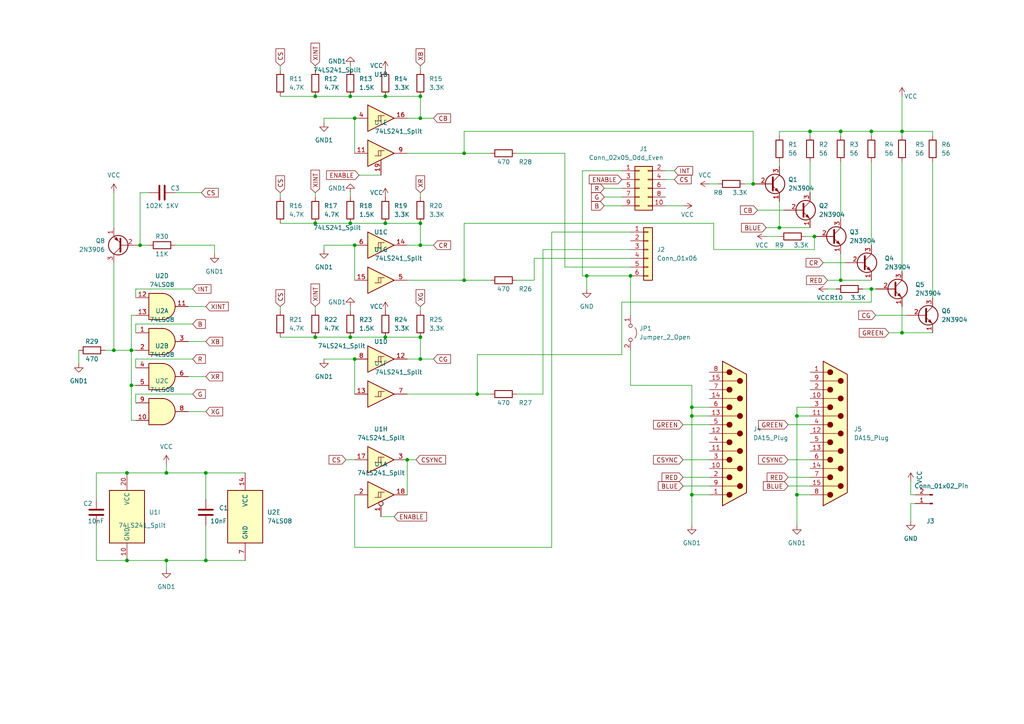
<source format=kicad_sch>
(kicad_sch (version 20230121) (generator eeschema)
  (paper "A4")
  (lib_symbols
    (symbol "74xx:74LS08" (pin_names (offset 1.016))
      (property "Reference" "U" (at 0 1.27 0))
      (property "Value" "74LS08" (at 0 -1.27 0))
      (symbol "74LS08_1_1"
        (pin input line (at -7.62 2.54 0) (length 3.81) (name "~") (number "1"))
        (pin input line (at -7.62 -2.54 0) (length 3.81) (name "~") (number "2"))
        (pin output line (at 7.62 0 180) (length 3.81) (name "~") (number "3"))
      )
      (symbol "74LS08_1_2"
        (pin input inverted (at -7.62 2.54 0) (length 4.318) (name "~") (number "1"))
        (pin input inverted (at -7.62 -2.54 0) (length 4.318) (name "~") (number "2"))
        (pin output inverted (at 7.62 0 180) (length 3.81) (name "~") (number "3"))
      )
      (symbol "74LS08_2_1"
        (pin input line (at -7.62 2.54 0) (length 3.81) (name "~") (number "4"))
        (pin input line (at -7.62 -2.54 0) (length 3.81) (name "~") (number "5"))
        (pin output line (at 7.62 0 180) (length 3.81) (name "~") (number "6"))
      )
      (symbol "74LS08_2_2"
        (pin input inverted (at -7.62 2.54 0) (length 4.318) (name "~") (number "4"))
        (pin input inverted (at -7.62 -2.54 0) (length 4.318) (name "~") (number "5"))
        (pin output inverted (at 7.62 0 180) (length 3.81) (name "~") (number "6"))
      )
      (symbol "74LS08_3_1"
        (pin input line (at -7.62 -2.54 0) (length 3.81) (name "~") (number "10"))
        (pin output line (at 7.62 0 180) (length 3.81) (name "~") (number "8"))
        (pin input line (at -7.62 2.54 0) (length 3.81) (name "~") (number "9"))
      )
      (symbol "74LS08_3_2"
        (pin input inverted (at -7.62 -2.54 0) (length 4.318) (name "~") (number "10"))
        (pin output inverted (at 7.62 0 180) (length 3.81) (name "~") (number "8"))
        (pin input inverted (at -7.62 2.54 0) (length 4.318) (name "~") (number "9"))
      )
      (symbol "74LS08_4_1"
        (pin output line (at 7.62 0 180) (length 3.81) (name "~") (number "11"))
        (pin input line (at -7.62 2.54 0) (length 3.81) (name "~") (number "12"))
        (pin input line (at -7.62 -2.54 0) (length 3.81) (name "~") (number "13"))
      )
      (symbol "74LS08_4_2"
        (pin output inverted (at 7.62 0 180) (length 3.81) (name "~") (number "11"))
        (pin input inverted (at -7.62 2.54 0) (length 4.318) (name "~") (number "12"))
        (pin input inverted (at -7.62 -2.54 0) (length 4.318) (name "~") (number "13"))
      )
      (symbol "74LS08_5_0"
        (pin power_in line (at 0 12.7 270) (length 5.08) (name "VCC") (number "14"))
        (pin power_in line (at 0 -12.7 90) (length 5.08) (name "GND") (number "7"))
      )
    )
    (symbol "74xx:74LS241_Split"
      (property "Reference" "U" (at 0 1.27 0))
      (property "Value" "74LS241_Split" (at 0 -1.27 0))
      (symbol "74LS241_Split_1_0"
        (pin input inverted (at 0 -6.35 90) (length 4.445) (name "~") (number "1"))
        (pin tri_state line (at 7.62 0 180) (length 3.81) (name "~") (number "18"))
        (pin input line (at -7.62 0 0) (length 3.81) (name "~") (number "2"))
      )
      (symbol "74LS241_Split_2_0"
        (pin tri_state line (at 7.62 0 180) (length 3.81) (name "~") (number "16"))
        (pin input line (at -7.62 0 0) (length 3.81) (name "~") (number "4"))
      )
      (symbol "74LS241_Split_3_0"
        (pin tri_state line (at 7.62 0 180) (length 3.81) (name "~") (number "14"))
        (pin input line (at -7.62 0 0) (length 3.81) (name "~") (number "6"))
      )
      (symbol "74LS241_Split_4_0"
        (pin tri_state line (at 7.62 0 180) (length 3.81) (name "~") (number "12"))
        (pin input line (at -7.62 0 0) (length 3.81) (name "~") (number "8"))
      )
      (symbol "74LS241_Split_5_0"
        (pin input line (at -7.62 0 0) (length 3.81) (name "~") (number "11"))
        (pin input line (at 0 -6.35 90) (length 4.445) (name "~") (number "19"))
        (pin tri_state line (at 7.62 0 180) (length 3.81) (name "~") (number "9"))
      )
      (symbol "74LS241_Split_6_0"
        (pin input line (at -7.62 0 0) (length 3.81) (name "~") (number "13"))
        (pin tri_state line (at 7.62 0 180) (length 3.81) (name "~") (number "7"))
      )
      (symbol "74LS241_Split_7_0"
        (pin input line (at -7.62 0 0) (length 3.81) (name "~") (number "15"))
        (pin tri_state line (at 7.62 0 180) (length 3.81) (name "~") (number "5"))
      )
      (symbol "74LS241_Split_8_0"
        (pin input line (at -7.62 0 0) (length 3.81) (name "~") (number "17"))
        (pin tri_state line (at 7.62 0 180) (length 3.81) (name "~") (number "3"))
      )
      (symbol "74LS241_Split_9_0"
        (pin power_in line (at 0 -12.7 90) (length 5.08) (name "GND") (number "10"))
        (pin power_in line (at 0 12.7 270) (length 5.08) (name "VCC") (number "20"))
      )
    )
    (symbol "Connector:Conn_01x02_Pin" (pin_names (offset 1.016) hide)
      (property "Reference" "J" (at 0 2.54 0))
      (property "Value" "Conn_01x02_Pin" (at 0 -5.08 0))
      (symbol "Conn_01x02_Pin_1_1"
        (pin passive line (at 5.08 0 180) (length 3.81) (name "Pin_1") (number "1"))
        (pin passive line (at 5.08 -2.54 180) (length 3.81) (name "Pin_2") (number "2"))
      )
    )
    (symbol "Connector:DA15_Plug" (pin_names (offset 1.016) hide)
      (property "Reference" "J" (at 0.508 21.59 0))
      (property "Value" "DA15_Plug" (at 0 -22.225 0))
      (symbol "DA15_Plug_1_1"
        (pin passive line (at -7.62 -17.78 0) (length 3.81) (name "1") (number "1"))
        (pin passive line (at -7.62 -10.16 0) (length 3.81) (name "P10") (number "10"))
        (pin passive line (at -7.62 -5.08 0) (length 3.81) (name "P111") (number "11"))
        (pin passive line (at -7.62 0 0) (length 3.81) (name "P12") (number "12"))
        (pin passive line (at -7.62 5.08 0) (length 3.81) (name "P13") (number "13"))
        (pin passive line (at -7.62 10.16 0) (length 3.81) (name "P14") (number "14"))
        (pin passive line (at -7.62 15.24 0) (length 3.81) (name "P15") (number "15"))
        (pin passive line (at -7.62 -12.7 0) (length 3.81) (name "2") (number "2"))
        (pin passive line (at -7.62 -7.62 0) (length 3.81) (name "3") (number "3"))
        (pin passive line (at -7.62 -2.54 0) (length 3.81) (name "4") (number "4"))
        (pin passive line (at -7.62 2.54 0) (length 3.81) (name "5") (number "5"))
        (pin passive line (at -7.62 7.62 0) (length 3.81) (name "6") (number "6"))
        (pin passive line (at -7.62 12.7 0) (length 3.81) (name "7") (number "7"))
        (pin passive line (at -7.62 17.78 0) (length 3.81) (name "8") (number "8"))
        (pin passive line (at -7.62 -15.24 0) (length 3.81) (name "P9") (number "9"))
      )
    )
    (symbol "Connector_Generic:Conn_01x06" (pin_names (offset 1.016) hide)
      (property "Reference" "J" (at 0 7.62 0))
      (property "Value" "Conn_01x06" (at 0 -10.16 0))
      (symbol "Conn_01x06_1_1"
        (pin passive line (at -5.08 5.08 0) (length 3.81) (name "Pin_1") (number "1"))
        (pin passive line (at -5.08 2.54 0) (length 3.81) (name "Pin_2") (number "2"))
        (pin passive line (at -5.08 0 0) (length 3.81) (name "Pin_3") (number "3"))
        (pin passive line (at -5.08 -2.54 0) (length 3.81) (name "Pin_4") (number "4"))
        (pin passive line (at -5.08 -5.08 0) (length 3.81) (name "Pin_5") (number "5"))
        (pin passive line (at -5.08 -7.62 0) (length 3.81) (name "Pin_6") (number "6"))
      )
    )
    (symbol "Connector_Generic:Conn_02x05_Odd_Even" (pin_names (offset 1.016) hide)
      (property "Reference" "J" (at 1.27 7.62 0))
      (property "Value" "Conn_02x05_Odd_Even" (at 1.27 -7.62 0))
      (symbol "Conn_02x05_Odd_Even_1_1"
        (pin passive line (at -5.08 5.08 0) (length 3.81) (name "Pin_1") (number "1"))
        (pin passive line (at 7.62 -5.08 180) (length 3.81) (name "Pin_10") (number "10"))
        (pin passive line (at 7.62 5.08 180) (length 3.81) (name "Pin_2") (number "2"))
        (pin passive line (at -5.08 2.54 0) (length 3.81) (name "Pin_3") (number "3"))
        (pin passive line (at 7.62 2.54 180) (length 3.81) (name "Pin_4") (number "4"))
        (pin passive line (at -5.08 0 0) (length 3.81) (name "Pin_5") (number "5"))
        (pin passive line (at 7.62 0 180) (length 3.81) (name "Pin_6") (number "6"))
        (pin passive line (at -5.08 -2.54 0) (length 3.81) (name "Pin_7") (number "7"))
        (pin passive line (at 7.62 -2.54 180) (length 3.81) (name "Pin_8") (number "8"))
        (pin passive line (at -5.08 -5.08 0) (length 3.81) (name "Pin_9") (number "9"))
      )
    )
    (symbol "DA15_Plug_1" (pin_names (offset 1.016) hide)
      (property "Reference" "J5" (at 5.08 1.27 0))
      (property "Value" "DA15_Plug" (at 5.08 -1.27 0))
      (symbol "DA15_Plug_1_1_1"
        (pin passive line (at -7.62 17.78 0) (length 3.81) (name "1") (number "1"))
        (pin passive line (at -7.62 10.16 0) (length 3.81) (name "10") (number "10"))
        (pin passive line (at -7.62 5.08 0) (length 3.81) (name "11") (number "11"))
        (pin passive line (at -7.62 0 0) (length 3.81) (name "12") (number "12"))
        (pin passive line (at -7.62 -5.08 0) (length 3.81) (name "13") (number "13"))
        (pin passive line (at -7.62 -10.16 0) (length 3.81) (name "14") (number "14"))
        (pin passive line (at -7.62 -15.24 0) (length 3.81) (name "15") (number "15"))
        (pin passive line (at -7.62 12.7 0) (length 3.81) (name "2") (number "2"))
        (pin passive line (at -7.62 7.62 0) (length 3.81) (name "3") (number "3"))
        (pin passive line (at -7.62 2.54 0) (length 3.81) (name "4") (number "4"))
        (pin passive line (at -7.62 -2.54 0) (length 3.81) (name "5") (number "5"))
        (pin passive line (at -7.62 -7.62 0) (length 3.81) (name "6") (number "6"))
        (pin passive line (at -7.62 -12.7 0) (length 3.81) (name "7") (number "7"))
        (pin passive line (at -7.62 -17.78 0) (length 3.81) (name "8") (number "8"))
        (pin passive line (at -7.62 15.24 0) (length 3.81) (name "9") (number "9"))
      )
    )
    (symbol "Device:C" (pin_numbers hide) (pin_names (offset 0.254))
      (property "Reference" "C" (at 0.635 2.54 0))
      (property "Value" "C" (at 0.635 -2.54 0))
      (symbol "C_1_1"
        (pin passive line (at 0 3.81 270) (length 2.794) (name "~") (number "1"))
        (pin passive line (at 0 -3.81 90) (length 2.794) (name "~") (number "2"))
      )
    )
    (symbol "Device:R" (pin_numbers hide) (pin_names (offset 0))
      (property "Reference" "R" (at 2.032 0 90))
      (property "Value" "R" (at 0 0 90))
      (symbol "R_1_1"
        (pin passive line (at 0 3.81 270) (length 1.27) (name "~") (number "1"))
        (pin passive line (at 0 -3.81 90) (length 1.27) (name "~") (number "2"))
      )
    )
    (symbol "Jumper:Jumper_2_Open" (pin_names (offset 0) hide)
      (property "Reference" "JP" (at 0 2.794 0))
      (property "Value" "Jumper_2_Open" (at 0 -2.286 0))
      (symbol "Jumper_2_Open_1_1"
        (pin passive line (at -5.08 0 0) (length 2.54) (name "A") (number "1"))
        (pin passive line (at 5.08 0 180) (length 2.54) (name "B") (number "2"))
      )
    )
    (symbol "Transistor_BJT:2N3904" (pin_names (offset 0) hide)
      (property "Reference" "Q" (at 5.08 1.905 0))
      (property "Value" "2N3904" (at 5.08 0 0))
      (symbol "2N3904_1_1"
        (pin passive line (at 2.54 -5.08 90) (length 2.54) (name "E") (number "1"))
        (pin passive line (at -5.08 0 0) (length 5.715) (name "B") (number "2"))
        (pin passive line (at 2.54 5.08 270) (length 2.54) (name "C") (number "3"))
      )
    )
    (symbol "Transistor_BJT:2N3906" (pin_names (offset 0) hide)
      (property "Reference" "Q" (at 5.08 1.905 0))
      (property "Value" "2N3906" (at 5.08 0 0))
      (symbol "2N3906_1_1"
        (pin passive line (at 2.54 -5.08 90) (length 2.54) (name "E") (number "1"))
        (pin input line (at -5.08 0 0) (length 5.715) (name "B") (number "2"))
        (pin passive line (at 2.54 5.08 270) (length 2.54) (name "C") (number "3"))
      )
    )
    (symbol "power:GND" (power) (pin_names (offset 0))
      (property "Value" "GND" (at 0 -3.81 0))
      (symbol "GND_1_1"
        (pin power_in line (at 0 0 270) (length 0) hide (name "GND") (number "1"))
      )
    )
    (symbol "power:GND1" (power) (pin_names (offset 0))
      (property "Value" "GND1" (at 0 -3.81 0))
      (symbol "GND1_1_1"
        (pin power_in line (at 0 0 270) (length 0) hide (name "GND1") (number "1"))
      )
    )
    (symbol "power:VCC" (power) (pin_names (offset 0))
      (property "Value" "VCC" (at 0 3.81 0))
      (symbol "VCC_1_1"
        (pin power_in line (at 0 0 90) (length 0) hide (name "VCC") (number "1"))
      )
    )
  )
  (junction (at 170.18 80.01))
  (junction (at 261.62 38.1))
  (junction (at 36.83 137.16))
  (junction (at 134.62 81.28))
  (junction (at 236.22 68.58))
  (junction (at 111.76 27.94))
  (junction (at 91.44 27.94))
  (junction (at 91.44 97.79))
  (junction (at 121.92 27.94))
  (junction (at 121.92 64.77))
  (junction (at 118.11 133.35))
  (junction (at 40.64 71.12))
  (junction (at 91.44 64.77))
  (junction (at 218.44 53.34))
  (junction (at 234.95 38.1))
  (junction (at 231.14 120.65))
  (junction (at 252.73 38.1))
  (junction (at 200.66 120.65))
  (junction (at 59.69 137.16))
  (junction (at 121.92 97.79))
  (junction (at 102.87 34.29))
  (junction (at 48.26 137.16))
  (junction (at 261.62 96.52))
  (junction (at 36.83 162.56))
  (junction (at 102.87 71.12))
  (junction (at 134.62 44.45))
  (junction (at 121.92 71.12))
  (junction (at 200.66 143.51))
  (junction (at 121.92 34.29))
  (junction (at 252.73 83.82))
  (junction (at 59.69 162.56))
  (junction (at 243.84 81.28))
  (junction (at 138.43 114.3))
  (junction (at 182.88 80.01))
  (junction (at 33.02 101.6))
  (junction (at 200.66 118.11))
  (junction (at 231.14 143.51))
  (junction (at 38.1 111.76))
  (junction (at 101.6 64.77))
  (junction (at 226.06 66.04))
  (junction (at 121.92 104.14))
  (junction (at 111.76 64.77))
  (junction (at 101.6 97.79))
  (junction (at 102.87 104.14))
  (junction (at 48.26 162.56))
  (junction (at 111.76 97.79))
  (junction (at 101.6 27.94))
  (junction (at 243.84 38.1))
  (junction (at 38.1 101.6))
  (wire (pts (xy 226.06 46.99) (xy 226.06 48.26)))
  (wire (pts (xy 198.12 59.69) (xy 193.04 59.69)))
  (wire (pts (xy 175.26 54.61) (xy 180.34 54.61)))
  (wire (pts (xy 252.73 38.1) (xy 252.73 39.37)))
  (wire (pts (xy 200.66 120.65) (xy 205.74 120.65)))
  (wire (pts (xy 102.87 71.12) (xy 102.87 81.28)))
  (wire (pts (xy 121.92 97.79) (xy 121.92 104.14)))
  (wire (pts (xy 264.16 139.7) (xy 264.16 143.51)))
  (wire (pts (xy 62.23 71.12) (xy 62.23 73.66)))
  (wire (pts (xy 48.26 162.56) (xy 59.69 162.56)))
  (wire (pts (xy 270.51 38.1) (xy 270.51 39.37)))
  (wire (pts (xy 243.84 38.1) (xy 243.84 39.37)))
  (wire (pts (xy 121.92 71.12) (xy 125.73 71.12)))
  (wire (pts (xy 163.83 44.45) (xy 149.86 44.45)))
  (wire (pts (xy 205.74 118.11) (xy 200.66 118.11)))
  (wire (pts (xy 40.64 55.88) (xy 40.64 71.12)))
  (wire (pts (xy 198.12 133.35) (xy 205.74 133.35)))
  (wire (pts (xy 81.28 55.88) (xy 81.28 57.15)))
  (wire (pts (xy 265.43 146.05) (xy 264.16 146.05)))
  (wire (pts (xy 231.14 120.65) (xy 234.95 120.65)))
  (wire (pts (xy 168.91 49.53) (xy 168.91 80.01)))
  (wire (pts (xy 200.66 111.76) (xy 200.66 118.11)))
  (wire (pts (xy 252.73 87.63) (xy 180.34 87.63)))
  (wire (pts (xy 182.88 111.76) (xy 200.66 111.76)))
  (wire (pts (xy 182.88 101.6) (xy 182.88 111.76)))
  (wire (pts (xy 39.37 106.68) (xy 39.37 104.14)))
  (wire (pts (xy 33.02 101.6) (xy 38.1 101.6)))
  (wire (pts (xy 27.94 137.16) (xy 36.83 137.16)))
  (wire (pts (xy 228.6 138.43) (xy 234.95 138.43)))
  (wire (pts (xy 261.62 96.52) (xy 270.51 96.52)))
  (wire (pts (xy 39.37 111.76) (xy 38.1 111.76)))
  (wire (pts (xy 48.26 134.62) (xy 48.26 137.16)))
  (wire (pts (xy 250.19 83.82) (xy 252.73 83.82)))
  (wire (pts (xy 154.94 81.28) (xy 154.94 74.93)))
  (wire (pts (xy 59.69 162.56) (xy 71.12 162.56)))
  (wire (pts (xy 38.1 101.6) (xy 38.1 111.76)))
  (wire (pts (xy 121.92 55.88) (xy 121.92 57.15)))
  (wire (pts (xy 200.66 143.51) (xy 200.66 152.4)))
  (wire (pts (xy 39.37 91.44) (xy 38.1 91.44)))
  (wire (pts (xy 219.71 60.96) (xy 227.33 60.96)))
  (wire (pts (xy 101.6 64.77) (xy 111.76 64.77)))
  (wire (pts (xy 175.26 59.69) (xy 180.34 59.69)))
  (wire (pts (xy 81.28 88.9) (xy 81.28 90.17)))
  (wire (pts (xy 226.06 38.1) (xy 234.95 38.1)))
  (wire (pts (xy 71.12 137.16) (xy 59.69 137.16)))
  (wire (pts (xy 270.51 46.99) (xy 270.51 86.36)))
  (wire (pts (xy 200.66 120.65) (xy 200.66 143.51)))
  (wire (pts (xy 118.11 44.45) (xy 134.62 44.45)))
  (wire (pts (xy 252.73 83.82) (xy 252.73 87.63)))
  (wire (pts (xy 101.6 97.79) (xy 111.76 97.79)))
  (wire (pts (xy 234.95 118.11) (xy 231.14 118.11)))
  (wire (pts (xy 118.11 71.12) (xy 121.92 71.12)))
  (wire (pts (xy 261.62 27.94) (xy 261.62 38.1)))
  (wire (pts (xy 257.81 96.52) (xy 261.62 96.52)))
  (wire (pts (xy 238.76 76.2) (xy 245.11 76.2)))
  (wire (pts (xy 33.02 55.88) (xy 33.02 66.04)))
  (wire (pts (xy 33.02 76.2) (xy 33.02 101.6)))
  (wire (pts (xy 100.33 133.35) (xy 102.87 133.35)))
  (wire (pts (xy 91.44 88.9) (xy 91.44 90.17)))
  (wire (pts (xy 205.74 143.51) (xy 200.66 143.51)))
  (wire (pts (xy 252.73 46.99) (xy 252.73 71.12)))
  (wire (pts (xy 134.62 64.77) (xy 207.01 64.77)))
  (wire (pts (xy 193.04 49.53) (xy 195.58 49.53)))
  (wire (pts (xy 101.6 55.88) (xy 101.6 57.15)))
  (wire (pts (xy 101.6 88.9) (xy 101.6 90.17)))
  (wire (pts (xy 207.01 64.77) (xy 207.01 72.39)))
  (wire (pts (xy 102.87 71.12) (xy 93.98 71.12)))
  (wire (pts (xy 93.98 104.14) (xy 102.87 104.14)))
  (wire (pts (xy 102.87 158.75) (xy 102.87 143.51)))
  (wire (pts (xy 180.34 87.63) (xy 180.34 102.87)))
  (wire (pts (xy 252.73 38.1) (xy 261.62 38.1)))
  (wire (pts (xy 102.87 104.14) (xy 102.87 114.3)))
  (wire (pts (xy 22.86 101.6) (xy 22.86 105.41)))
  (wire (pts (xy 138.43 114.3) (xy 142.24 114.3)))
  (wire (pts (xy 27.94 137.16) (xy 27.94 144.78)))
  (wire (pts (xy 163.83 77.47) (xy 182.88 77.47)))
  (wire (pts (xy 261.62 46.99) (xy 261.62 78.74)))
  (wire (pts (xy 50.8 55.88) (xy 58.42 55.88)))
  (wire (pts (xy 198.12 123.19) (xy 205.74 123.19)))
  (wire (pts (xy 149.86 114.3) (xy 157.48 114.3)))
  (wire (pts (xy 234.95 38.1) (xy 234.95 39.37)))
  (wire (pts (xy 38.1 111.76) (xy 38.1 121.92)))
  (wire (pts (xy 234.95 38.1) (xy 243.84 38.1)))
  (wire (pts (xy 27.94 162.56) (xy 36.83 162.56)))
  (wire (pts (xy 240.03 83.82) (xy 242.57 83.82)))
  (wire (pts (xy 118.11 133.35) (xy 118.11 143.51)))
  (wire (pts (xy 118.11 133.35) (xy 120.65 133.35)))
  (wire (pts (xy 118.11 114.3) (xy 138.43 114.3)))
  (wire (pts (xy 93.98 71.12) (xy 93.98 72.39)))
  (wire (pts (xy 39.37 93.98) (xy 39.37 96.52)))
  (wire (pts (xy 134.62 64.77) (xy 134.62 81.28)))
  (wire (pts (xy 93.98 35.56) (xy 93.98 34.29)))
  (wire (pts (xy 48.26 162.56) (xy 48.26 165.1)))
  (wire (pts (xy 231.14 118.11) (xy 231.14 120.65)))
  (wire (pts (xy 226.06 58.42) (xy 226.06 66.04)))
  (wire (pts (xy 91.44 55.88) (xy 91.44 57.15)))
  (wire (pts (xy 218.44 38.1) (xy 134.62 38.1)))
  (wire (pts (xy 160.02 158.75) (xy 102.87 158.75)))
  (wire (pts (xy 81.28 97.79) (xy 91.44 97.79)))
  (wire (pts (xy 91.44 27.94) (xy 101.6 27.94)))
  (wire (pts (xy 170.18 80.01) (xy 182.88 80.01)))
  (wire (pts (xy 38.1 121.92) (xy 39.37 121.92)))
  (wire (pts (xy 240.03 81.28) (xy 243.84 81.28)))
  (wire (pts (xy 215.9 53.34) (xy 218.44 53.34)))
  (wire (pts (xy 222.25 66.04) (xy 226.06 66.04)))
  (wire (pts (xy 48.26 137.16) (xy 59.69 137.16)))
  (wire (pts (xy 111.76 64.77) (xy 121.92 64.77)))
  (wire (pts (xy 243.84 73.66) (xy 243.84 81.28)))
  (wire (pts (xy 38.1 91.44) (xy 38.1 101.6)))
  (wire (pts (xy 200.66 118.11) (xy 200.66 120.65)))
  (wire (pts (xy 91.44 97.79) (xy 101.6 97.79)))
  (wire (pts (xy 110.49 149.86) (xy 114.3 149.86)))
  (wire (pts (xy 175.26 57.15) (xy 180.34 57.15)))
  (wire (pts (xy 55.88 93.98) (xy 39.37 93.98)))
  (wire (pts (xy 102.87 34.29) (xy 102.87 44.45)))
  (wire (pts (xy 111.76 97.79) (xy 121.92 97.79)))
  (wire (pts (xy 182.88 91.44) (xy 182.88 80.01)))
  (wire (pts (xy 182.88 67.31) (xy 160.02 67.31)))
  (wire (pts (xy 149.86 81.28) (xy 154.94 81.28)))
  (wire (pts (xy 121.92 88.9) (xy 121.92 90.17)))
  (wire (pts (xy 40.64 55.88) (xy 43.18 55.88)))
  (wire (pts (xy 91.44 64.77) (xy 101.6 64.77)))
  (wire (pts (xy 236.22 68.58) (xy 236.22 72.39)))
  (wire (pts (xy 81.28 64.77) (xy 91.44 64.77)))
  (wire (pts (xy 222.25 68.58) (xy 226.06 68.58)))
  (wire (pts (xy 39.37 114.3) (xy 55.88 114.3)))
  (wire (pts (xy 54.61 88.9) (xy 59.69 88.9)))
  (wire (pts (xy 218.44 53.34) (xy 218.44 38.1)))
  (wire (pts (xy 193.04 52.07) (xy 195.58 52.07)))
  (wire (pts (xy 138.43 102.87) (xy 180.34 102.87)))
  (wire (pts (xy 91.44 19.05) (xy 91.44 20.32)))
  (wire (pts (xy 121.92 104.14) (xy 125.73 104.14)))
  (wire (pts (xy 121.92 19.05) (xy 121.92 20.32)))
  (wire (pts (xy 233.68 68.58) (xy 236.22 68.58)))
  (wire (pts (xy 254 91.44) (xy 262.89 91.44)))
  (wire (pts (xy 261.62 38.1) (xy 270.51 38.1)))
  (wire (pts (xy 134.62 38.1) (xy 134.62 44.45)))
  (wire (pts (xy 121.92 27.94) (xy 121.92 34.29)))
  (wire (pts (xy 264.16 146.05) (xy 264.16 151.13)))
  (wire (pts (xy 226.06 38.1) (xy 226.06 39.37)))
  (wire (pts (xy 59.69 152.4) (xy 59.69 162.56)))
  (wire (pts (xy 101.6 27.94) (xy 111.76 27.94)))
  (wire (pts (xy 118.11 81.28) (xy 134.62 81.28)))
  (wire (pts (xy 205.74 53.34) (xy 208.28 53.34)))
  (wire (pts (xy 205.74 140.97) (xy 198.12 140.97)))
  (wire (pts (xy 101.6 19.05) (xy 101.6 20.32)))
  (wire (pts (xy 142.24 81.28) (xy 134.62 81.28)))
  (wire (pts (xy 27.94 152.4) (xy 27.94 162.56)))
  (wire (pts (xy 59.69 137.16) (xy 59.69 144.78)))
  (wire (pts (xy 228.6 133.35) (xy 234.95 133.35)))
  (wire (pts (xy 39.37 114.3) (xy 39.37 116.84)))
  (wire (pts (xy 54.61 99.06) (xy 59.69 99.06)))
  (wire (pts (xy 231.14 143.51) (xy 231.14 152.4)))
  (wire (pts (xy 228.6 123.19) (xy 234.95 123.19)))
  (wire (pts (xy 30.48 101.6) (xy 33.02 101.6)))
  (wire (pts (xy 231.14 120.65) (xy 231.14 143.51)))
  (wire (pts (xy 226.06 66.04) (xy 234.95 66.04)))
  (wire (pts (xy 236.22 72.39) (xy 207.01 72.39)))
  (wire (pts (xy 111.76 27.94) (xy 121.92 27.94)))
  (wire (pts (xy 252.73 83.82) (xy 254 83.82)))
  (wire (pts (xy 168.91 80.01) (xy 170.18 80.01)))
  (wire (pts (xy 154.94 74.93) (xy 182.88 74.93)))
  (wire (pts (xy 261.62 88.9) (xy 261.62 96.52)))
  (wire (pts (xy 48.26 162.56) (xy 36.83 162.56)))
  (wire (pts (xy 55.88 83.82) (xy 39.37 83.82)))
  (wire (pts (xy 234.95 46.99) (xy 234.95 55.88)))
  (wire (pts (xy 157.48 72.39) (xy 157.48 114.3)))
  (wire (pts (xy 38.1 101.6) (xy 39.37 101.6)))
  (wire (pts (xy 243.84 38.1) (xy 252.73 38.1)))
  (wire (pts (xy 261.62 38.1) (xy 261.62 39.37)))
  (wire (pts (xy 50.8 71.12) (xy 62.23 71.12)))
  (wire (pts (xy 163.83 44.45) (xy 163.83 77.47)))
  (wire (pts (xy 118.11 34.29) (xy 121.92 34.29)))
  (wire (pts (xy 264.16 143.51) (xy 265.43 143.51)))
  (wire (pts (xy 121.92 64.77) (xy 121.92 71.12)))
  (wire (pts (xy 54.61 119.38) (xy 59.69 119.38)))
  (wire (pts (xy 134.62 44.45) (xy 142.24 44.45)))
  (wire (pts (xy 243.84 81.28) (xy 252.73 81.28)))
  (wire (pts (xy 160.02 67.31) (xy 160.02 158.75)))
  (wire (pts (xy 54.61 109.22) (xy 59.69 109.22)))
  (wire (pts (xy 39.37 83.82) (xy 39.37 86.36)))
  (wire (pts (xy 228.6 140.97) (xy 234.95 140.97)))
  (wire (pts (xy 81.28 27.94) (xy 91.44 27.94)))
  (wire (pts (xy 121.92 34.29) (xy 125.73 34.29)))
  (wire (pts (xy 36.83 137.16) (xy 48.26 137.16)))
  (wire (pts (xy 39.37 104.14) (xy 55.88 104.14)))
  (wire (pts (xy 231.14 143.51) (xy 234.95 143.51)))
  (wire (pts (xy 170.18 80.01) (xy 170.18 83.82)))
  (wire (pts (xy 81.28 19.05) (xy 81.28 20.32)))
  (wire (pts (xy 168.91 49.53) (xy 180.34 49.53)))
  (wire (pts (xy 243.84 46.99) (xy 243.84 63.5)))
  (wire (pts (xy 104.14 50.8) (xy 110.49 50.8)))
  (wire (pts (xy 182.88 72.39) (xy 157.48 72.39)))
  (wire (pts (xy 93.98 34.29) (xy 102.87 34.29)))
  (wire (pts (xy 138.43 102.87) (xy 138.43 114.3)))
  (wire (pts (xy 198.12 138.43) (xy 205.74 138.43)))
  (wire (pts (xy 118.11 104.14) (xy 121.92 104.14)))
  (wire (pts (xy 40.64 71.12) (xy 43.18 71.12)))
  (global_label "R" (shape input) (at 175.26 54.61 180) (property "Intersheetrefs" "${INTERSHEET_REFS}" (effects hide)))
  (global_label "CR" (shape input) (at 238.76 76.2 180) (property "Intersheetrefs" "${INTERSHEET_REFS}" (effects hide)))
  (global_label "CB" (shape input) (at 125.73 34.29 0) (property "Intersheetrefs" "${INTERSHEET_REFS}" (effects hide)))
  (global_label "B" (shape input) (at 175.26 59.69 180) (property "Intersheetrefs" "${INTERSHEET_REFS}" (effects hide)))
  (global_label "CG" (shape input) (at 254 91.44 180) (property "Intersheetrefs" "${INTERSHEET_REFS}" (effects hide)))
  (global_label "CG" (shape input) (at 125.73 104.14 0) (property "Intersheetrefs" "${INTERSHEET_REFS}" (effects hide)))
  (global_label "RED" (shape input) (at 240.03 81.28 180) (property "Intersheetrefs" "${INTERSHEET_REFS}" (effects hide)))
  (global_label "CS" (shape input) (at 81.28 19.05 90) (property "Intersheetrefs" "${INTERSHEET_REFS}" (effects hide)))
  (global_label "BLUE" (shape input) (at 228.6 140.97 180) (property "Intersheetrefs" "${INTERSHEET_REFS}" (effects hide)))
  (global_label "ENABLE" (shape input) (at 104.14 50.8 180) (property "Intersheetrefs" "${INTERSHEET_REFS}" (effects hide)))
  (global_label "XB" (shape input) (at 59.69 99.06 0) (property "Intersheetrefs" "${INTERSHEET_REFS}" (effects hide)))
  (global_label "CS" (shape input) (at 195.58 52.07 0) (property "Intersheetrefs" "${INTERSHEET_REFS}" (effects hide)))
  (global_label "XINT" (shape input) (at 59.69 88.9 0) (property "Intersheetrefs" "${INTERSHEET_REFS}" (effects hide)))
  (global_label "B" (shape input) (at 55.88 93.98 0) (property "Intersheetrefs" "${INTERSHEET_REFS}" (effects hide)))
  (global_label "CSYNC" (shape input) (at 228.6 133.35 180) (property "Intersheetrefs" "${INTERSHEET_REFS}" (effects hide)))
  (global_label "BLUE" (shape input) (at 198.12 140.97 180) (property "Intersheetrefs" "${INTERSHEET_REFS}" (effects hide)))
  (global_label "ENABLE" (shape input) (at 114.3 149.86 0) (property "Intersheetrefs" "${INTERSHEET_REFS}" (effects hide)))
  (global_label "XR" (shape input) (at 59.69 109.22 0) (property "Intersheetrefs" "${INTERSHEET_REFS}" (effects hide)))
  (global_label "XR" (shape input) (at 121.92 55.88 90) (property "Intersheetrefs" "${INTERSHEET_REFS}" (effects hide)))
  (global_label "R" (shape input) (at 55.88 104.14 0) (property "Intersheetrefs" "${INTERSHEET_REFS}" (effects hide)))
  (global_label "G" (shape input) (at 55.88 114.3 0) (property "Intersheetrefs" "${INTERSHEET_REFS}" (effects hide)))
  (global_label "XINT" (shape input) (at 91.44 55.88 90) (property "Intersheetrefs" "${INTERSHEET_REFS}" (effects hide)))
  (global_label "GREEN" (shape input) (at 198.12 123.19 180) (property "Intersheetrefs" "${INTERSHEET_REFS}" (effects hide)))
  (global_label "CSYNC" (shape input) (at 198.12 133.35 180) (property "Intersheetrefs" "${INTERSHEET_REFS}" (effects hide)))
  (global_label "G" (shape input) (at 175.26 57.15 180) (property "Intersheetrefs" "${INTERSHEET_REFS}" (effects hide)))
  (global_label "BLUE" (shape input) (at 222.25 66.04 180) (property "Intersheetrefs" "${INTERSHEET_REFS}" (effects hide)))
  (global_label "INT" (shape input) (at 55.88 83.82 0) (property "Intersheetrefs" "${INTERSHEET_REFS}" (effects hide)))
  (global_label "CS" (shape input) (at 81.28 55.88 90) (property "Intersheetrefs" "${INTERSHEET_REFS}" (effects hide)))
  (global_label "CS" (shape input) (at 81.28 88.9 90) (property "Intersheetrefs" "${INTERSHEET_REFS}" (effects hide)))
  (global_label "CR" (shape input) (at 125.73 71.12 0) (property "Intersheetrefs" "${INTERSHEET_REFS}" (effects hide)))
  (global_label "XG" (shape input) (at 59.69 119.38 0) (property "Intersheetrefs" "${INTERSHEET_REFS}" (effects hide)))
  (global_label "CB" (shape input) (at 219.71 60.96 180) (property "Intersheetrefs" "${INTERSHEET_REFS}" (effects hide)))
  (global_label "ENABLE" (shape input) (at 180.34 52.07 180) (property "Intersheetrefs" "${INTERSHEET_REFS}" (effects hide)))
  (global_label "XINT" (shape input) (at 91.44 19.05 90) (property "Intersheetrefs" "${INTERSHEET_REFS}" (effects hide)))
  (global_label "GREEN" (shape input) (at 257.81 96.52 180) (property "Intersheetrefs" "${INTERSHEET_REFS}" (effects hide)))
  (global_label "XINT" (shape input) (at 91.44 88.9 90) (property "Intersheetrefs" "${INTERSHEET_REFS}" (effects hide)))
  (global_label "GREEN" (shape input) (at 228.6 123.19 180) (property "Intersheetrefs" "${INTERSHEET_REFS}" (effects hide)))
  (global_label "RED" (shape input) (at 228.6 138.43 180) (property "Intersheetrefs" "${INTERSHEET_REFS}" (effects hide)))
  (global_label "CSYNC" (shape input) (at 120.65 133.35 0) (property "Intersheetrefs" "${INTERSHEET_REFS}" (effects hide)))
  (global_label "RED" (shape input) (at 198.12 138.43 180) (property "Intersheetrefs" "${INTERSHEET_REFS}" (effects hide)))
  (global_label "XG" (shape input) (at 121.92 88.9 90) (property "Intersheetrefs" "${INTERSHEET_REFS}" (effects hide)))
  (global_label "CS" (shape input) (at 58.42 55.88 0) (property "Intersheetrefs" "${INTERSHEET_REFS}" (effects hide)))
  (global_label "CS" (shape input) (at 100.33 133.35 180) (property "Intersheetrefs" "${INTERSHEET_REFS}" (effects hide)))
  (global_label "INT" (shape input) (at 195.58 49.53 0) (property "Intersheetrefs" "${INTERSHEET_REFS}" (effects hide)))
  (global_label "XB" (shape input) (at 121.92 19.05 90) (property "Intersheetrefs" "${INTERSHEET_REFS}" (effects hide)))
  (symbol (lib_id "power:VCC") (at 222.25 68.58 90) (unit 1)
    (property "Reference" "#PWR015" (effects hide))
    (property "Value" "VCC" (at 220.98 71.12 90))
  )
  (symbol (lib_id "Device:R") (at 212.09 53.34 270) (unit 1)
    (property "Reference" "R8" (at 208.28 55.88 90))
    (property "Value" "3.3K" (at 214.63 55.88 90))
    (property "Footprint" "Resistor_THT:R_Axial_DIN0207_L6.3mm_D2.5mm_P10.16mm_Horizontal" (effects hide))
  )
  (symbol (lib_id "power:VCC") (at 48.26 134.62 0) (unit 1)
    (property "Reference" "#PWR06" (effects hide))
    (property "Value" "VCC" (at 48.26 129.54 0))
  )
  (symbol (lib_id "Device:R") (at 146.05 44.45 90) (unit 1)
    (property "Reference" "R28" (at 152.4 46.99 90))
    (property "Value" "470" (at 146.05 46.99 90))
    (property "Footprint" "Resistor_THT:R_Axial_DIN0207_L6.3mm_D2.5mm_P10.16mm_Horizontal" (effects hide))
  )
  (symbol (lib_id "Device:R") (at 121.92 60.96 180) (unit 1)
    (property "Reference" "R20" (at 124.46 59.69 0) (effects (justify right)))
    (property "Value" "3.3K" (at 124.46 62.23 0) (effects (justify right)))
    (property "Footprint" "Resistor_THT:R_Axial_DIN0207_L6.3mm_D2.5mm_P10.16mm_Horizontal" (effects hide))
  )
  (symbol (lib_id "Connector_Generic:Conn_02x05_Odd_Even") (at 185.42 54.61 0) (unit 1)
    (property "Reference" "J1" (at 186.69 43.18 0))
    (property "Value" "Conn_02x05_Odd_Even" (at 181.61 45.72 0))
    (property "Footprint" "Connector_PinHeader_2.54mm:PinHeader_2x05_P2.54mm_Vertical" (effects hide))
  )
  (symbol (lib_id "power:GND1") (at 62.23 73.66 0) (unit 1)
    (property "Reference" "#PWR018" (effects hide))
    (property "Value" "GND1" (at 62.23 78.74 0))
  )
  (symbol (lib_id "power:VCC") (at 111.76 57.15 0) (unit 1)
    (property "Reference" "#PWR011" (effects hide))
    (property "Value" "VCC" (at 109.22 55.88 0))
  )
  (symbol (lib_id "Transistor_BJT:2N3904") (at 232.41 60.96 0) (unit 1)
    (property "Reference" "Q2" (at 237.49 59.69 0) (effects (justify left)))
    (property "Value" "2N3904" (at 237.49 62.23 0) (effects (justify left)))
    (property "Footprint" "Package_TO_SOT_THT:TO-92_Inline" (effects hide))
    (property "Datasheet" "https://www.onsemi.com/pub/Collateral/2N3903-D.PDF" (effects hide))
  )
  (symbol (lib_id "power:VCC") (at 264.16 139.7 0) (unit 1)
    (property "Reference" "#PWR02" (effects hide))
    (property "Value" "VCC" (at 266.7 138.43 90))
  )
  (symbol (lib_id "Device:R") (at 226.06 43.18 0) (unit 1)
    (property "Reference" "R1" (at 228.6 41.91 0) (effects (justify left)))
    (property "Value" "56" (at 228.6 44.45 0) (effects (justify left)))
    (property "Footprint" "Resistor_THT:R_Axial_DIN0207_L6.3mm_D2.5mm_P10.16mm_Horizontal" (effects hide))
  )
  (symbol (lib_id "Device:R") (at 146.05 114.3 90) (unit 1)
    (property "Reference" "R27" (at 152.4 116.84 90))
    (property "Value" "470" (at 146.05 116.84 90))
    (property "Footprint" "Resistor_THT:R_Axial_DIN0207_L6.3mm_D2.5mm_P10.16mm_Horizontal" (effects hide))
  )
  (symbol (lib_id "Device:R") (at 81.28 24.13 180) (unit 1)
    (property "Reference" "R11" (at 83.82 22.86 0) (effects (justify right)))
    (property "Value" "4.7K" (at 83.82 25.4 0) (effects (justify right)))
    (property "Footprint" "Resistor_THT:R_Axial_DIN0207_L6.3mm_D2.5mm_P10.16mm_Horizontal" (effects hide))
  )
  (symbol (lib_id "74xx:74LS241_Split") (at 110.49 71.12 0) (unit 3)
    (property "Reference" "U1" (at 110.49 67.31 0))
    (property "Value" "74LS241_Split" (at 97.79 66.04 0))
    (property "Footprint" "Package_DIP:DIP-20_W7.62mm" (effects hide))
    (property "Datasheet" "http://www.ti.com/lit/ds/symlink/sn74ls241.pdf" (effects hide))
  )
  (symbol (lib_id "Connector:DA15_Plug") (at 213.36 125.73 0) (unit 1)
    (property "Reference" "J4" (at 218.44 124.46 0) (effects (justify left)))
    (property "Value" "DA15_Plug" (at 218.44 127 0) (effects (justify left)))
    (property "Footprint" "Connector_Dsub:DSUB-15_Female_Horizontal_P2.77x2.84mm_EdgePinOffset7.70mm_Housed_MountingHolesOffset9.12mm" (effects hide))
    (property "Datasheet" " ~" (effects hide))
  )
  (symbol (lib_id "Device:R") (at 121.92 24.13 180) (unit 1)
    (property "Reference" "R15" (at 124.46 22.86 0) (effects (justify right)))
    (property "Value" "3.3K" (at 124.46 25.4 0) (effects (justify right)))
    (property "Footprint" "Resistor_THT:R_Axial_DIN0207_L6.3mm_D2.5mm_P10.16mm_Horizontal" (effects hide))
  )
  (symbol (lib_id "Device:C") (at 59.69 148.59 0) (unit 1)
    (property "Reference" "C1" (at 63.5 147.32 0) (effects (justify left)))
    (property "Value" "10nF" (at 60.96 151.13 0) (effects (justify left)))
    (property "Footprint" "Capacitor_THT:C_Disc_D5.0mm_W2.5mm_P5.00mm" (effects hide))
  )
  (symbol (lib_id "74xx:74LS241_Split") (at 110.49 133.35 0) (unit 8)
    (property "Reference" "U1" (at 110.49 124.46 0))
    (property "Value" "74LS241_Split" (at 110.49 127 0))
    (property "Footprint" "Package_DIP:DIP-20_W7.62mm" (effects hide))
    (property "Datasheet" "http://www.ti.com/lit/ds/symlink/sn74ls241.pdf" (effects hide))
  )
  (symbol (lib_id "power:VCC") (at 261.62 27.94 0) (unit 1)
    (property "Reference" "#PWR023" (effects hide))
    (property "Value" "VCC" (at 264.16 27.94 0))
  )
  (symbol (lib_id "74xx:74LS08") (at 71.12 149.86 0) (unit 5)
    (property "Reference" "U2" (at 77.47 148.59 0) (effects (justify left)))
    (property "Value" "74LS08" (at 77.47 151.13 0) (effects (justify left)))
    (property "Footprint" "Package_DIP:DIP-14_W7.62mm" (effects hide))
    (property "Datasheet" "http://www.ti.com/lit/gpn/sn74LS08" (effects hide))
  )
  (symbol (lib_id "Device:R") (at 111.76 24.13 180) (unit 1)
    (property "Reference" "R14" (at 114.3 22.86 0) (effects (justify right)))
    (property "Value" "3.3K" (at 114.3 25.4 0) (effects (justify right)))
    (property "Footprint" "Resistor_THT:R_Axial_DIN0207_L6.3mm_D2.5mm_P10.16mm_Horizontal" (effects hide))
  )
  (symbol (lib_id "Device:C") (at 46.99 55.88 270) (unit 1)
    (property "Reference" "C3" (at 50.8 54.61 90))
    (property "Value" "102K 1KV" (at 46.99 59.69 90))
    (property "Footprint" "Capacitor_THT:C_Disc_D7.5mm_W5.0mm_P7.50mm" (effects hide))
  )
  (symbol (lib_id "74xx:74LS08") (at 46.99 119.38 0) (unit 3)
    (property "Reference" "U2" (at 46.9817 110.49 0))
    (property "Value" "74LS08" (at 46.9817 113.03 0))
    (property "Footprint" "Package_DIP:DIP-14_W7.62mm" (effects hide))
    (property "Datasheet" "http://www.ti.com/lit/gpn/sn74LS08" (effects hide))
  )
  (symbol (lib_id "Device:R") (at 111.76 60.96 180) (unit 1)
    (property "Reference" "R19" (at 114.3 59.69 0) (effects (justify right)))
    (property "Value" "3.3K" (at 114.3 62.23 0) (effects (justify right)))
    (property "Footprint" "Resistor_THT:R_Axial_DIN0207_L6.3mm_D2.5mm_P10.16mm_Horizontal" (effects hide))
  )
  (symbol (lib_id "power:VCC") (at 205.74 53.34 90) (unit 1)
    (property "Reference" "#PWR017" (effects hide))
    (property "Value" "VCC" (at 204.47 50.8 90))
  )
  (symbol (lib_name "DA15_Plug_1") (lib_id "Connector:DA15_Plug") (at 242.57 125.73 0) (unit 1)
    (property "Reference" "J5" (at 247.65 124.46 0) (effects (justify left)))
    (property "Value" "DA15_Plug" (at 247.65 127 0) (effects (justify left)))
    (property "Footprint" "Connector_Dsub:DSUB-15_Male_EdgeMount_P2.77mm" (effects hide))
    (property "Datasheet" " ~" (effects hide))
  )
  (symbol (lib_id "Device:R") (at 146.05 81.28 90) (unit 1)
    (property "Reference" "R26" (at 152.4 83.82 90))
    (property "Value" "470" (at 146.05 83.82 90))
    (property "Footprint" "Resistor_THT:R_Axial_DIN0207_L6.3mm_D2.5mm_P10.16mm_Horizontal" (effects hide))
  )
  (symbol (lib_id "Device:R") (at 91.44 60.96 180) (unit 1)
    (property "Reference" "R17" (at 93.98 59.69 0) (effects (justify right)))
    (property "Value" "4.7K" (at 93.98 62.23 0) (effects (justify right)))
    (property "Footprint" "Resistor_THT:R_Axial_DIN0207_L6.3mm_D2.5mm_P10.16mm_Horizontal" (effects hide))
  )
  (symbol (lib_id "Device:R") (at 101.6 24.13 180) (unit 1)
    (property "Reference" "R13" (at 104.14 22.86 0) (effects (justify right)))
    (property "Value" "1.5K" (at 104.14 25.4 0) (effects (justify right)))
    (property "Footprint" "Resistor_THT:R_Axial_DIN0207_L6.3mm_D2.5mm_P10.16mm_Horizontal" (effects hide))
  )
  (symbol (lib_id "74xx:74LS08") (at 46.99 99.06 0) (unit 1)
    (property "Reference" "U2" (at 46.9817 90.17 0))
    (property "Value" "74LS08" (at 46.9817 92.71 0))
    (property "Footprint" "Package_DIP:DIP-14_W7.62mm" (effects hide))
    (property "Datasheet" "http://www.ti.com/lit/gpn/sn74LS08" (effects hide))
  )
  (symbol (lib_id "Transistor_BJT:2N3904") (at 259.08 83.82 0) (unit 1)
    (property "Reference" "Q5" (at 265.43 82.55 0) (effects (justify left)))
    (property "Value" "2N3904" (at 265.43 85.09 0) (effects (justify left)))
    (property "Footprint" "Package_TO_SOT_THT:TO-92_Inline" (effects hide))
    (property "Datasheet" "https://www.onsemi.com/pub/Collateral/2N3903-D.PDF" (effects hide))
  )
  (symbol (lib_id "power:GND1") (at 231.14 152.4 0) (unit 1)
    (property "Reference" "#PWR024" (effects hide))
    (property "Value" "GND1" (at 231.14 157.48 0))
  )
  (symbol (lib_id "Device:R") (at 46.99 71.12 90) (unit 1)
    (property "Reference" "R30" (at 46.99 68.58 90))
    (property "Value" "11K" (at 46.99 73.66 90))
    (property "Footprint" "Resistor_THT:R_Axial_DIN0207_L6.3mm_D2.5mm_P10.16mm_Horizontal" (effects hide))
  )
  (symbol (lib_id "power:GND1") (at 93.98 72.39 0) (unit 1)
    (property "Reference" "#PWR020" (effects hide))
    (property "Value" "GND1" (at 93.98 77.47 0))
  )
  (symbol (lib_id "Device:R") (at 81.28 60.96 180) (unit 1)
    (property "Reference" "R16" (at 83.82 59.69 0) (effects (justify right)))
    (property "Value" "4.7K" (at 83.82 62.23 0) (effects (justify right)))
    (property "Footprint" "Resistor_THT:R_Axial_DIN0207_L6.3mm_D2.5mm_P10.16mm_Horizontal" (effects hide))
  )
  (symbol (lib_id "Device:C") (at 27.94 148.59 0) (unit 1)
    (property "Reference" "C2" (at 24.13 146.05 0) (effects (justify left)))
    (property "Value" "10nF" (at 25.4 151.13 0) (effects (justify left)))
    (property "Footprint" "Capacitor_THT:C_Disc_D5.0mm_W2.5mm_P5.00mm" (effects hide))
  )
  (symbol (lib_id "Device:R") (at 91.44 93.98 180) (unit 1)
    (property "Reference" "R22" (at 93.98 92.71 0) (effects (justify right)))
    (property "Value" "4.7K" (at 93.98 95.25 0) (effects (justify right)))
    (property "Footprint" "Resistor_THT:R_Axial_DIN0207_L6.3mm_D2.5mm_P10.16mm_Horizontal" (effects hide))
  )
  (symbol (lib_id "74xx:74LS241_Split") (at 110.49 104.14 0) (unit 4)
    (property "Reference" "U1" (at 110.49 99.06 0))
    (property "Value" "74LS241_Split" (at 99.06 100.33 0))
    (property "Footprint" "Package_DIP:DIP-20_W7.62mm" (effects hide))
    (property "Datasheet" "http://www.ti.com/lit/ds/symlink/sn74ls241.pdf" (effects hide))
  )
  (symbol (lib_id "74xx:74LS08") (at 46.99 109.22 0) (unit 2)
    (property "Reference" "U2" (at 46.9817 100.33 0))
    (property "Value" "74LS08" (at 46.9817 102.87 0))
    (property "Footprint" "Package_DIP:DIP-14_W7.62mm" (effects hide))
    (property "Datasheet" "http://www.ti.com/lit/gpn/sn74LS08" (effects hide))
  )
  (symbol (lib_id "Device:R") (at 229.87 68.58 270) (unit 1)
    (property "Reference" "R9" (at 226.06 71.12 90))
    (property "Value" "3.3K" (at 232.41 71.12 90))
    (property "Footprint" "Resistor_THT:R_Axial_DIN0207_L6.3mm_D2.5mm_P10.16mm_Horizontal" (effects hide))
  )
  (symbol (lib_id "power:VCC") (at 198.12 59.69 270) (unit 1)
    (property "Reference" "#PWR01" (effects hide))
    (property "Value" "VCC" (at 199.39 62.23 90))
  )
  (symbol (lib_id "74xx:74LS241_Split") (at 110.49 114.3 0) (unit 6)
    (property "Reference" "U1" (at 110.49 105.41 0))
    (property "Value" "74LS241_Split" (at 115.57 107.95 0))
    (property "Footprint" "Package_DIP:DIP-20_W7.62mm" (effects hide))
    (property "Datasheet" "http://www.ti.com/lit/ds/symlink/sn74ls241.pdf" (effects hide))
  )
  (symbol (lib_id "Device:R") (at 261.62 43.18 0) (unit 1)
    (property "Reference" "R5" (at 265.43 41.91 0) (effects (justify left)))
    (property "Value" "56" (at 265.43 44.45 0) (effects (justify left)))
    (property "Footprint" "Resistor_THT:R_Axial_DIN0207_L6.3mm_D2.5mm_P10.16mm_Horizontal" (effects hide))
  )
  (symbol (lib_id "74xx:74LS241_Split") (at 36.83 149.86 0) (unit 9)
    (property "Reference" "U1" (at 43.18 148.59 0) (effects (justify left)))
    (property "Value" "74LS241_Split" (at 34.29 152.4 0) (effects (justify left)))
    (property "Footprint" "Package_DIP:DIP-20_W7.62mm" (effects hide))
    (property "Datasheet" "http://www.ti.com/lit/ds/symlink/sn74ls241.pdf" (effects hide))
  )
  (symbol (lib_id "Transistor_BJT:2N3904") (at 223.52 53.34 0) (unit 1)
    (property "Reference" "Q1" (at 228.6 52.07 0) (effects (justify left)))
    (property "Value" "2N3904" (at 228.6 54.61 0) (effects (justify left)))
    (property "Footprint" "Package_TO_SOT_THT:TO-92_Inline" (effects hide))
    (property "Datasheet" "https://www.onsemi.com/pub/Collateral/2N3903-D.PDF" (effects hide))
  )
  (symbol (lib_id "Transistor_BJT:2N3904") (at 241.3 68.58 0) (unit 1)
    (property "Reference" "Q3" (at 246.38 67.31 0) (effects (justify left)))
    (property "Value" "2N3904" (at 246.38 69.85 0) (effects (justify left)))
    (property "Footprint" "Package_TO_SOT_THT:TO-92_Inline" (effects hide))
    (property "Datasheet" "https://www.onsemi.com/pub/Collateral/2N3903-D.PDF" (effects hide))
  )
  (symbol (lib_id "power:GND1") (at 200.66 152.4 0) (unit 1)
    (property "Reference" "#PWR05" (effects hide))
    (property "Value" "GND1" (at 200.66 157.48 0))
  )
  (symbol (lib_id "Transistor_BJT:2N3904") (at 250.19 76.2 0) (unit 1)
    (property "Reference" "Q4" (at 256.54 74.93 0) (effects (justify left)))
    (property "Value" "2N3904" (at 256.54 77.47 0) (effects (justify left)))
    (property "Footprint" "Package_TO_SOT_THT:TO-92_Inline" (effects hide))
    (property "Datasheet" "https://www.onsemi.com/pub/Collateral/2N3903-D.PDF" (effects hide))
  )
  (symbol (lib_id "power:GND") (at 170.18 83.82 0) (unit 1)
    (property "Reference" "#PWR03" (effects hide))
    (property "Value" "GND" (at 170.18 88.9 0))
  )
  (symbol (lib_id "power:VCC") (at 111.76 90.17 0) (unit 1)
    (property "Reference" "#PWR012" (effects hide))
    (property "Value" "VCC" (at 109.22 88.9 0))
  )
  (symbol (lib_id "Device:R") (at 234.95 43.18 0) (unit 1)
    (property "Reference" "R2" (at 237.49 41.91 0) (effects (justify left)))
    (property "Value" "56" (at 237.49 44.45 0) (effects (justify left)))
    (property "Footprint" "Resistor_THT:R_Axial_DIN0207_L6.3mm_D2.5mm_P10.16mm_Horizontal" (effects hide))
  )
  (symbol (lib_id "power:GND1") (at 101.6 88.9 180) (unit 1)
    (property "Reference" "#PWR09" (effects hide))
    (property "Value" "GND1" (at 97.79 87.63 0))
  )
  (symbol (lib_id "74xx:74LS241_Split") (at 110.49 143.51 0) (unit 1)
    (property "Reference" "U1" (at 110.49 134.62 0))
    (property "Value" "74LS241_Split" (at 110.49 137.16 0))
    (property "Footprint" "Package_DIP:DIP-20_W7.62mm" (effects hide))
    (property "Datasheet" "http://www.ti.com/lit/ds/symlink/sn74ls241.pdf" (effects hide))
  )
  (symbol (lib_id "Transistor_BJT:2N3904") (at 267.97 91.44 0) (unit 1)
    (property "Reference" "Q6" (at 273.05 90.17 0) (effects (justify left)))
    (property "Value" "2N3904" (at 273.05 92.71 0) (effects (justify left)))
    (property "Footprint" "Package_TO_SOT_THT:TO-92_Inline" (effects hide))
    (property "Datasheet" "https://www.onsemi.com/pub/Collateral/2N3903-D.PDF" (effects hide))
  )
  (symbol (lib_id "Device:R") (at 121.92 93.98 180) (unit 1)
    (property "Reference" "R25" (at 124.46 92.71 0) (effects (justify right)))
    (property "Value" "3.3K" (at 124.46 95.25 0) (effects (justify right)))
    (property "Footprint" "Resistor_THT:R_Axial_DIN0207_L6.3mm_D2.5mm_P10.16mm_Horizontal" (effects hide))
  )
  (symbol (lib_id "power:GND1") (at 93.98 104.14 0) (unit 1)
    (property "Reference" "#PWR021" (effects hide))
    (property "Value" "GND1" (at 93.98 109.22 0))
  )
  (symbol (lib_id "Jumper:Jumper_2_Open") (at 182.88 96.52 270) (unit 1)
    (property "Reference" "JP1" (at 185.42 95.25 90) (effects (justify left)))
    (property "Value" "Jumper_2_Open" (at 185.42 97.79 90) (effects (justify left)))
    (property "Footprint" "Jumper:SolderJumper-2_P1.3mm_Open_Pad1.0x1.5mm" (effects hide))
  )
  (symbol (lib_id "power:GND1") (at 93.98 35.56 0) (unit 1)
    (property "Reference" "#PWR019" (effects hide))
    (property "Value" "GND1" (at 93.98 40.64 0))
  )
  (symbol (lib_id "74xx:74LS08") (at 46.99 88.9 0) (unit 4)
    (property "Reference" "U2" (at 46.9817 80.01 0))
    (property "Value" "74LS08" (at 46.9817 82.55 0))
    (property "Footprint" "Package_DIP:DIP-14_W7.62mm" (effects hide))
    (property "Datasheet" "http://www.ti.com/lit/gpn/sn74LS08" (effects hide))
  )
  (symbol (lib_id "Connector:Conn_01x02_Pin") (at 270.51 146.05 180) (unit 1)
    (property "Reference" "J3" (at 269.875 151.13 0))
    (property "Value" "Conn_01x02_Pin" (at 273.05 140.97 0))
    (property "Footprint" "Connector_PinHeader_2.54mm:PinHeader_1x02_P2.54mm_Vertical" (effects hide))
  )
  (symbol (lib_id "power:GND") (at 264.16 151.13 0) (unit 1)
    (property "Reference" "#PWR022" (effects hide))
    (property "Value" "GND" (at 264.16 156.21 0))
  )
  (symbol (lib_id "Device:R") (at 246.38 83.82 270) (unit 1)
    (property "Reference" "R10" (at 242.57 86.36 90))
    (property "Value" "3.3K" (at 248.92 86.36 90))
    (property "Footprint" "Resistor_THT:R_Axial_DIN0207_L6.3mm_D2.5mm_P10.16mm_Horizontal" (effects hide))
  )
  (symbol (lib_id "Device:R") (at 243.84 43.18 0) (unit 1)
    (property "Reference" "R3" (at 246.38 41.91 0) (effects (justify left)))
    (property "Value" "56" (at 246.38 44.45 0) (effects (justify left)))
    (property "Footprint" "Resistor_THT:R_Axial_DIN0207_L6.3mm_D2.5mm_P10.16mm_Horizontal" (effects hide))
  )
  (symbol (lib_id "power:GND1") (at 22.86 105.41 0) (unit 1)
    (property "Reference" "#PWR013" (effects hide))
    (property "Value" "GND1" (at 22.86 110.49 0))
  )
  (symbol (lib_id "Device:R") (at 270.51 43.18 0) (unit 1)
    (property "Reference" "R6" (at 273.05 41.91 0) (effects (justify left)))
    (property "Value" "56" (at 273.05 44.45 0) (effects (justify left)))
    (property "Footprint" "Resistor_THT:R_Axial_DIN0207_L6.3mm_D2.5mm_P10.16mm_Horizontal" (effects hide))
  )
  (symbol (lib_id "Device:R") (at 101.6 93.98 180) (unit 1)
    (property "Reference" "R23" (at 104.14 92.71 0) (effects (justify right)))
    (property "Value" "1.5K" (at 104.14 95.25 0) (effects (justify right)))
    (property "Footprint" "Resistor_THT:R_Axial_DIN0207_L6.3mm_D2.5mm_P10.16mm_Horizontal" (effects hide))
  )
  (symbol (lib_id "Device:R") (at 91.44 24.13 180) (unit 1)
    (property "Reference" "R12" (at 93.98 22.86 0) (effects (justify right)))
    (property "Value" "4.7K" (at 93.98 25.4 0) (effects (justify right)))
    (property "Footprint" "Resistor_THT:R_Axial_DIN0207_L6.3mm_D2.5mm_P10.16mm_Horizontal" (effects hide))
  )
  (symbol (lib_id "power:VCC") (at 111.76 20.32 0) (unit 1)
    (property "Reference" "#PWR010" (effects hide))
    (property "Value" "VCC" (at 109.22 19.05 0))
  )
  (symbol (lib_id "Device:R") (at 111.76 93.98 180) (unit 1)
    (property "Reference" "R24" (at 114.3 92.71 0) (effects (justify right)))
    (property "Value" "3.3K" (at 114.3 95.25 0) (effects (justify right)))
    (property "Footprint" "Resistor_THT:R_Axial_DIN0207_L6.3mm_D2.5mm_P10.16mm_Horizontal" (effects hide))
  )
  (symbol (lib_id "power:VCC") (at 33.02 55.88 0) (unit 1)
    (property "Reference" "#PWR014" (effects hide))
    (property "Value" "VCC" (at 33.02 50.8 0))
  )
  (symbol (lib_id "power:GND1") (at 48.26 165.1 0) (unit 1)
    (property "Reference" "#PWR04" (effects hide))
    (property "Value" "GND1" (at 48.26 170.18 0))
  )
  (symbol (lib_id "Device:R") (at 101.6 60.96 180) (unit 1)
    (property "Reference" "R18" (at 104.14 59.69 0) (effects (justify right)))
    (property "Value" "1.5K" (at 104.14 62.23 0) (effects (justify right)))
    (property "Footprint" "Resistor_THT:R_Axial_DIN0207_L6.3mm_D2.5mm_P10.16mm_Horizontal" (effects hide))
  )
  (symbol (lib_id "Device:R") (at 252.73 43.18 0) (unit 1)
    (property "Reference" "R4" (at 256.54 41.91 0) (effects (justify left)))
    (property "Value" "56" (at 256.54 44.45 0) (effects (justify left)))
    (property "Footprint" "Resistor_THT:R_Axial_DIN0207_L6.3mm_D2.5mm_P10.16mm_Horizontal" (effects hide))
  )
  (symbol (lib_id "power:GND1") (at 101.6 55.88 180) (unit 1)
    (property "Reference" "#PWR08" (effects hide))
    (property "Value" "GND1" (at 97.79 54.61 0))
  )
  (symbol (lib_id "74xx:74LS241_Split") (at 110.49 34.29 0) (unit 2)
    (property "Reference" "U1" (at 110.49 21.59 0))
    (property "Value" "74LS241_Split" (at 97.79 20.32 0))
    (property "Footprint" "Package_DIP:DIP-20_W7.62mm" (effects hide))
    (property "Datasheet" "http://www.ti.com/lit/ds/symlink/sn74ls241.pdf" (effects hide))
  )
  (symbol (lib_id "Device:R") (at 26.67 101.6 90) (unit 1)
    (property "Reference" "R29" (at 26.67 99.06 90))
    (property "Value" "470" (at 26.67 104.14 90))
    (property "Footprint" "Resistor_THT:R_Axial_DIN0207_L6.3mm_D2.5mm_P10.16mm_Horizontal" (effects hide))
  )
  (symbol (lib_id "Device:R") (at 81.28 93.98 180) (unit 1)
    (property "Reference" "R21" (at 83.82 92.71 0) (effects (justify right)))
    (property "Value" "4.7K" (at 83.82 95.25 0) (effects (justify right)))
    (property "Footprint" "Resistor_THT:R_Axial_DIN0207_L6.3mm_D2.5mm_P10.16mm_Horizontal" (effects hide))
  )
  (symbol (lib_id "power:VCC") (at 240.03 83.82 90) (unit 1)
    (property "Reference" "#PWR016" (effects hide))
    (property "Value" "VCC" (at 238.76 86.36 90))
  )
  (symbol (lib_id "74xx:74LS241_Split") (at 110.49 44.45 0) (unit 5)
    (property "Reference" "U1" (at 110.49 35.56 0))
    (property "Value" "74LS241_Split" (at 115.57 38.1 0))
    (property "Footprint" "Package_DIP:DIP-20_W7.62mm" (effects hide))
    (property "Datasheet" "http://www.ti.com/lit/ds/symlink/sn74ls241.pdf" (effects hide))
  )
  (symbol (lib_id "74xx:74LS241_Split") (at 110.49 81.28 0) (unit 7)
    (property "Reference" "U1" (at 110.49 72.39 0))
    (property "Value" "74LS241_Split" (at 115.57 74.93 0))
    (property "Footprint" "Package_DIP:DIP-20_W7.62mm" (effects hide))
    (property "Datasheet" "http://www.ti.com/lit/ds/symlink/sn74ls241.pdf" (effects hide))
  )
  (symbol (lib_id "Transistor_BJT:2N3906") (at 35.56 71.12 180) (unit 1)
    (property "Reference" "Q8" (at 30.48 69.85 0) (effects (justify left)))
    (property "Value" "2N3906" (at 30.48 72.39 0) (effects (justify left)))
    (property "Footprint" "Package_TO_SOT_THT:TO-92_Inline" (effects hide))
    (property "Datasheet" "https://www.onsemi.com/pub/Collateral/2N3906-D.PDF" (effects hide))
  )
  (symbol (lib_id "power:GND1") (at 101.6 19.05 180) (unit 1)
    (property "Reference" "#PWR07" (effects hide))
    (property "Value" "GND1" (at 97.79 17.78 0))
  )
  (symbol (lib_id "Connector_Generic:Conn_01x06") (at 187.96 72.39 0) (unit 1)
    (property "Reference" "J2" (at 190.5 72.39 0) (effects (justify left)))
    (property "Value" "Conn_01x06" (at 190.5 74.93 0) (effects (justify left)))
    (property "Footprint" "Connector_PinHeader_2.54mm:PinHeader_1x06_P2.54mm_Vertical" (effects hide))
  )
)
</source>
